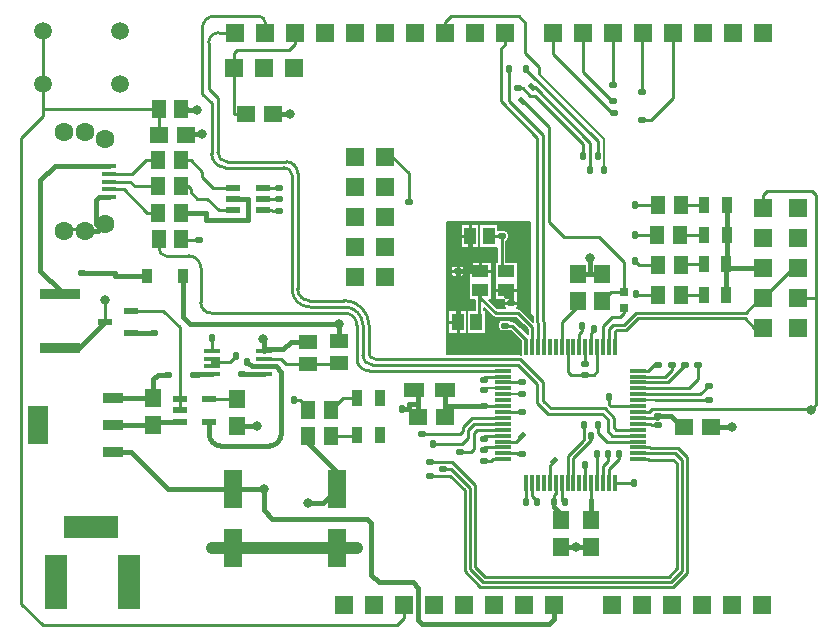
<source format=gtl>
G04 DesignSpark PCB Gerber Version 13.0 Build *
%FSLAX35Y35*%
%MOMM*%
%AMT26*0 Rounded Rectangle Pad at angle 0*4,1,32,-0.07500,-0.32500,0.07500,-0.32500,0.10830,-0.32120,0.13990,-0.31010,0.16830,-0.29220,0.19200,-0.26850,0.20980,-0.24010,0.22090,-0.20840,0.22500,-0.17500,0.22500,0.17500,0.22120,0.20830,0.21010,0.23990,0.19220,0.26830,0.16850,0.29200,0.14010,0.30980,0.10840,0.32090,0.07500,0.32500,-0.07500,0.32500,-0.10830,0.32120,-0.13990,0.31010,-0.16830,0.29220,-0.19200,0.26850,-0.20980,0.24010,-0.22090,0.20840,-0.22500,0.17500,-0.22500,-0.17500,-0.22120,-0.20830,-0.21010,-0.23990,-0.19220,-0.26830,-0.16850,-0.29200,-0.14010,-0.30980,-0.10840,-0.32090,-0.07500,-0.32500,0*%
%ADD26T26*%
%AMT29*0 Rounded Rectangle Pad at angle 0*4,1,20,-0.90000,-2.30000,0.90000,-2.30000,0.91910,-2.29610,0.93520,-2.28520,0.94590,-2.26900,0.95000,-2.25000,0.95000,2.25000,0.94610,2.26910,0.93520,2.28520,0.91900,2.29590,0.90000,2.30000,-0.90000,2.30000,-0.91910,2.29610,-0.93520,2.28520,-0.94590,2.26900,-0.95000,2.25000,-0.95000,-2.25000,-0.94610,-2.26910,-0.93520,-2.28520,-0.91900,-2.29590,-0.90000,-2.30000,0*%
%ADD29T29*%
%ADD88R,0.30000X1.47500*%
%ADD81R,0.85000X1.20000*%
%ADD79R,0.90000X1.40000*%
%ADD90R,1.02000X1.47000*%
%ADD78R,1.29540X1.52400*%
%ADD76R,1.39700X1.52400*%
%ADD73R,1.60000X3.20000*%
%ADD75R,1.75000X3.20000*%
%ADD77R,1.52400X1.52400*%
%ADD11C,0.12700*%
%ADD70C,0.20320*%
%ADD21C,0.24000*%
%ADD20C,0.25400*%
%ADD22C,0.38100*%
%ADD23C,0.81280*%
%ADD24C,1.00000*%
%AMT28*0 Rounded Rectangle Pad at angle 45*4,1,32,0.17670,-0.28280,0.28280,-0.17670,0.30370,-0.15040,0.31820,-0.12010,0.32560,-0.08730,0.32550,-0.05370,0.31790,-0.02100,0.30330,0.00910,0.28280,0.03530,0.03530,0.28280,0.00900,0.30370,-0.02120,0.31820,-0.05390,0.32560,-0.08740,0.32560,-0.12000,0.31810,-0.15020,0.30350,-0.17670,0.28280,-0.28280,0.17670,-0.30370,0.15040,-0.31820,0.12010,-0.32560,0.08730,-0.32550,0.05370,-0.31790,0.02100,-0.30330,-0.00910,-0.28280,-0.03530,-0.03530,-0.28280,-0.00900,-0.30370,0.02120,-0.31820,0.05390,-0.32560,0.08740,-0.32560,0.12000,-0.31810,0.15020,-0.30350,0.17670,-0.28280,0*%
%ADD28T28*%
%AMT25*0 Rounded Rectangle Pad at angle 90*4,1,32,0.32500,-0.07500,0.32500,0.07500,0.32120,0.10830,0.31010,0.13990,0.29220,0.16830,0.26850,0.19200,0.24010,0.20980,0.20840,0.22090,0.17500,0.22500,-0.17500,0.22500,-0.20830,0.22120,-0.23990,0.21010,-0.26830,0.19220,-0.29200,0.16850,-0.30980,0.14010,-0.32090,0.10840,-0.32500,0.07500,-0.32500,-0.07500,-0.32120,-0.10830,-0.31010,-0.13990,-0.29220,-0.16830,-0.26850,-0.19200,-0.24010,-0.20980,-0.20840,-0.22090,-0.17500,-0.22500,0.17500,-0.22500,0.20830,-0.22120,0.23990,-0.21010,0.26830,-0.19220,0.29200,-0.16850,0.30980,-0.14010,0.32090,-0.10840,0.32500,-0.07500,0*%
%ADD25T25*%
%AMT27*0 Rounded Rectangle Pad at angle 135*4,1,32,0.28280,0.17670,0.17670,0.28280,0.15040,0.30370,0.12010,0.31820,0.08730,0.32560,0.05370,0.32550,0.02100,0.31790,-0.00910,0.30330,-0.03530,0.28280,-0.28280,0.03530,-0.30370,0.00900,-0.31820,-0.02120,-0.32560,-0.05390,-0.32560,-0.08740,-0.31810,-0.12000,-0.30350,-0.15020,-0.28280,-0.17670,-0.17670,-0.28280,-0.15040,-0.30370,-0.12010,-0.31820,-0.08730,-0.32560,-0.05370,-0.32550,-0.02100,-0.31790,0.00910,-0.30330,0.03530,-0.28280,0.28280,-0.03530,0.30370,-0.00900,0.31820,0.02120,0.32560,0.05390,0.32560,0.08740,0.31810,0.12000,0.30350,0.15020,0.28280,0.17670,0*%
%ADD27T27*%
%AMT72*0 Rounded Rectangle Pad at angle 90*4,1,20,2.30000,-0.90000,2.30000,0.90000,2.29610,0.91910,2.28520,0.93520,2.26900,0.94590,2.25000,0.95000,-2.25000,0.95000,-2.26910,0.94610,-2.28520,0.93520,-2.29590,0.91900,-2.30000,0.90000,-2.30000,-0.90000,-2.29610,-0.91910,-2.28520,-0.93520,-2.26900,-0.94590,-2.25000,-0.95000,2.25000,-0.95000,2.26910,-0.94610,2.28520,-0.93520,2.29590,-0.91900,2.30000,-0.90000,0*%
%ADD72T72*%
%ADD87R,1.47500X0.30000*%
%ADD84R,1.20000X0.45000*%
%ADD82R,1.40000X0.45000*%
%ADD80R,1.20000X0.60000*%
%ADD93R,0.70000X0.65000*%
%ADD86R,3.43000X0.85000*%
%ADD74R,1.75000X0.95000*%
%ADD89R,1.40000X1.10000*%
%ADD83R,1.52400X1.29540*%
%ADD94C,1.50000*%
%ADD85C,1.60000*%
%ADD92R,1.80000X1.30000*%
%ADD91R,1.52400X1.39700*%
X0Y0D02*
D02*
D11*
X45963050Y46542770D02*
Y45419300D01*
X46581320D01*
G75*
G02*
X46595700Y45417000I1130J-39020D01*
G01*
Y45529900D01*
X46506270Y45619330D01*
G75*
G02*
X46488940Y45613920I-17330J25050D01*
G01*
X46432160D01*
G75*
G02*
X46401700Y45644380I0J30460D01*
G01*
Y45681160D01*
G75*
G02*
X46432160Y45711620I30460J0D01*
G01*
X46488940D01*
G75*
G02*
X46511340Y45701800I0J-30460D01*
G01*
X46516920D01*
G75*
G02*
X46545660Y45690380I1130J-39030D01*
G01*
X46648000Y45588040D01*
Y45631600D01*
X46548400Y45731200D01*
X46377050D01*
G75*
G02*
X46348620Y45743480I0J39050D01*
G01*
X46279600Y45812500D01*
Y45792600D01*
X46292900D01*
Y45592900D01*
X46138200D01*
Y45792600D01*
X46201500D01*
Y45881900D01*
X46151700D01*
Y46204600D01*
X46344400D01*
Y45881900D01*
X46320640D01*
X46393240Y45809300D01*
X46459220D01*
G75*
G02*
X46449200Y45831880I20440J22580D01*
G01*
Y45868660D01*
G75*
G02*
X46452230Y45881900I30460J0D01*
G01*
X46371700D01*
Y46204600D01*
X46389000D01*
Y46320400D01*
X46240700D01*
Y46520100D01*
X46395400D01*
Y46468820D01*
G75*
G02*
X46399660Y46469120I4260J-30160D01*
G01*
X46456440D01*
G75*
G02*
X46486900Y46438660I0J-30460D01*
G01*
Y46401880D01*
G75*
G02*
X46467100Y46373350I-30460J0D01*
G01*
Y46204600D01*
X46564400D01*
Y45881900D01*
X46563870D01*
G75*
G02*
X46566900Y45868660I-27430J-13240D01*
G01*
Y45831880D01*
G75*
G02*
X46556880Y45809300I-30460J0D01*
G01*
X46563420D01*
G75*
G02*
X46592160Y45797880I1130J-39030D01*
G01*
X46693000Y45697040D01*
Y45732820D01*
X46668050Y45757770D01*
Y46542770D01*
X45963050D01*
X45978200Y45792600D02*
X46132900D01*
Y45592900D01*
X45978200D01*
Y45792600D01*
X45996700Y46103880D02*
Y46140660D01*
G75*
G02*
X46027160Y46171120I30460J0D01*
G01*
X46083940D01*
G75*
G02*
X46114400Y46140660I0J-30460D01*
G01*
Y46103880D01*
G75*
G02*
X46083940Y46073420I-30460J0D01*
G01*
X46027160D01*
G75*
G02*
X45996700Y46103880I0J30460D01*
G01*
X46080700Y46520100D02*
X46235400D01*
Y46320400D01*
X46080700D01*
Y46520100D01*
X45969400Y45692750D02*
G36*
X45969400Y45692750D02*
Y45423350D01*
X46595700D01*
Y45529900D01*
X46506270Y45619330D01*
G75*
G02*
X46488940Y45613920I-17320J25020D01*
G01*
X46432160D01*
G75*
G02*
X46401700Y45644370I0J30450D01*
G01*
G75*
G02*
Y45644380I63660J10D01*
G01*
Y45681160D01*
G75*
G02*
X46404000Y45692750I30470J-20D01*
G01*
X46292900D01*
Y45592900D01*
X46138200D01*
Y45692750D01*
X46132900D01*
Y45592900D01*
X45978200D01*
Y45692750D01*
X45969400D01*
G37*
X46543060D02*
G36*
X46543060Y45692750D02*
G75*
G02*
X46545660Y45690380I-25050J-30100D01*
G01*
X46648000Y45588040D01*
Y45631600D01*
X46586850Y45692750D01*
X46543060D01*
G37*
X45969400Y46122270D02*
G36*
X45969400Y46122270D02*
Y45692750D01*
X45978200D01*
Y45792600D01*
X46132900D01*
Y45692750D01*
X46138200D01*
Y45792600D01*
X46201500D01*
Y45881900D01*
X46151700D01*
Y46122270D01*
X46114400D01*
Y46103880D01*
G75*
G02*
X46083940Y46073420I-30460J0D01*
G01*
X46027160D01*
G75*
G02*
X45996700Y46103870I0J30450D01*
G01*
G75*
G02*
Y46103880I63660J10D01*
G01*
Y46122270D01*
X45969400D01*
G37*
X46279600Y45812500D02*
G36*
X46279600Y45812500D02*
Y45792600D01*
X46292900D01*
Y45692750D01*
X46404000D01*
G75*
G02*
X46432160Y45711620I28170J-11600D01*
G01*
X46488940D01*
G75*
G02*
X46511340Y45701800I-50J-30570D01*
G01*
X46516920D01*
G75*
G02*
X46543060Y45692750I1090J-39140D01*
G01*
X46586850D01*
X46548400Y45731200D01*
X46377050D01*
G75*
G02*
X46348620Y45743480I-20J39010D01*
G01*
X46279600Y45812500D01*
G37*
X46344400Y45881900D02*
G36*
X46344400Y45881900D02*
X46320640D01*
X46393240Y45809300D01*
X46459220D01*
G75*
G02*
X46449200Y45831830I20320J22530D01*
G01*
G75*
G02*
Y45831880I31830J30D01*
G01*
Y45868660D01*
G75*
G02*
Y45868720I30690J30D01*
G01*
G75*
G02*
X46452230Y45881900I30180J0D01*
G01*
X46371700D01*
Y46122270D01*
X46344400D01*
Y45881900D01*
G37*
X46556880Y45809300D02*
G36*
X46556880Y45809300D02*
X46563420D01*
G75*
G02*
X46592160Y45797880I1090J-39140D01*
G01*
X46686650Y45703390D01*
Y45739170D01*
X46668050Y45757770D01*
Y46122270D01*
X46564400D01*
Y45881900D01*
X46563870D01*
G75*
G02*
X46566900Y45868660I-27530J-13270D01*
G01*
Y45831880D01*
G75*
G02*
Y45831870I-63660J0D01*
G01*
G75*
G02*
X46556880Y45809300I-30440J0D01*
G01*
G37*
X45969400Y46420250D02*
G36*
X45969400Y46420250D02*
Y46122270D01*
X45996700D01*
Y46140660D01*
G75*
G02*
X46027160Y46171120I30460J0D01*
G01*
X46083940D01*
G75*
G02*
X46114400Y46140660I-30J-30490D01*
G01*
Y46122270D01*
X46151700D01*
Y46204600D01*
X46344400D01*
Y46122270D01*
X46371700D01*
Y46204600D01*
X46389000D01*
Y46320400D01*
X46240700D01*
Y46420250D01*
X46235400D01*
Y46320400D01*
X46080700D01*
Y46420250D01*
X45969400D01*
G37*
X46467100Y46373350D02*
G36*
X46467100Y46373350D02*
Y46204600D01*
X46564400D01*
Y46122270D01*
X46668050D01*
Y46420250D01*
X46486900D01*
Y46401880D01*
G75*
G02*
X46467100Y46373350I-30460J0D01*
G01*
G37*
X45969400Y46536420D02*
G36*
X45969400Y46536420D02*
Y46420250D01*
X46080700D01*
Y46520100D01*
X46235400D01*
Y46420250D01*
X46240700D01*
Y46520100D01*
X46395400D01*
Y46468820D01*
G75*
G02*
X46399660Y46469120I4400J-32060D01*
G01*
X46456440D01*
G75*
G02*
X46486900Y46438660I-30J-30490D01*
G01*
Y46420250D01*
X46668050D01*
Y46536420D01*
X45969400D01*
G37*
D02*
D70*
X46283050Y45115270D02*
X46291050D01*
X46307050Y45131270D01*
X46438250D01*
Y45081270D02*
X46597850D01*
X46598050Y45081070D01*
X47298050Y46977770D02*
Y47240270D01*
X46746050Y47792270D01*
X47585850Y45031270D02*
X47728050D01*
X47729050Y45030270D01*
D02*
D20*
X42546050Y47495270D02*
Y47435270D01*
X42363050Y47252270D01*
Y43308270D01*
X42545050Y43126270D01*
X45541000D01*
X45598000Y43183270D01*
Y43301000D01*
X42546050Y47710270D02*
Y47495270D01*
X42547050Y47493270D01*
X42546050Y47710270D02*
Y47495270D01*
Y48160270D02*
Y47710270D01*
X42662050Y46484270D02*
X42876550D01*
X42900550Y46460270D01*
X43070050Y45692270D02*
Y45882270D01*
X43100550Y46817770D02*
X43229550D01*
X43427050Y46620270D01*
X43520800D01*
X43100550Y46882770D02*
X43282550D01*
X43323050Y46842270D01*
X43520800D01*
X43290050Y45787270D02*
X43562050D01*
X43702050Y45647270D01*
Y45039270D01*
X43520550Y46394270D02*
X43523800D01*
X43520800Y47064270D02*
X43415550D01*
X43300550Y46949270D01*
Y46947770D01*
X43100550D01*
X43523800Y46394270D02*
X43520550D01*
Y46367770D01*
X43555550D01*
Y46395270D01*
X43528050D01*
Y46310270D01*
G75*
G03*
X43583050Y46255270I55000J0D01*
G01*
X43778050D01*
G75*
G02*
X43880550Y46152770I0J-102500D01*
G01*
Y45860270D01*
G75*
G03*
X43973050Y45767770I92500J0D01*
G01*
X45103050D01*
G75*
G02*
X45203050Y45667770I0J-100000D01*
G01*
Y45381270D01*
G75*
G03*
X45303050Y45281270I100000J0D01*
G01*
X46438250D01*
X43523800Y47495270D02*
X42546050D01*
X43523800D02*
Y47283220D01*
X43527750Y47279270D01*
X43702050Y44944270D02*
Y45039270D01*
X43863050Y46390270D02*
X43714300D01*
Y46394270D01*
X43975050Y45381770D02*
Y45316770D01*
Y45446770D02*
Y45560270D01*
X44158050Y46637770D02*
X44033050D01*
X43935550Y46735270D01*
X43853050D01*
X43797550Y46790770D01*
Y46820270D01*
X43775550Y46842270D01*
X43711300D01*
X44158050Y46827770D02*
X43985550D01*
X43895550Y46917770D01*
Y46966770D01*
X43798050Y47064270D01*
X43711300D01*
X44170600Y48144000D02*
X44170550Y48142770D01*
X44033050D01*
G75*
G03*
X43948050Y48057770I0J-85000D01*
G01*
Y47665270D01*
X44025550Y47587770D01*
Y47127770D01*
G75*
G03*
X44103050Y47050270I77500J0D01*
G01*
X44605550D01*
G75*
G02*
X44700550Y46955270I0J-95000D01*
G01*
Y45975270D01*
G75*
G03*
X44800550Y45875270I100000J0D01*
G01*
X45095550D01*
G75*
G02*
X45305550Y45665270I0J-210000D01*
G01*
Y45430270D01*
G75*
G03*
X45355550Y45380270I50000J0D01*
G01*
X46582450D01*
X46776750Y45185970D01*
Y45027670D01*
X46843450Y44960970D01*
X47301350D01*
X47379050Y44883270D01*
Y44802970D01*
X47399750Y44782270D01*
X47589050D01*
X44177050Y45402270D02*
X44126050Y45351270D01*
X43975050D01*
Y45381770D01*
X44185550Y45039570D02*
X43952350D01*
X43952050Y45039270D01*
X44261250Y47455270D02*
X44165550D01*
Y47847770D01*
X44408050Y46637770D02*
X44483050D01*
Y46635270D01*
X44545550D01*
X44408050Y46732770D02*
X44545550D01*
Y46827770D02*
X44408050D01*
X44678600Y48144000D02*
Y48043320D01*
X44630550Y47995270D01*
X44188050D01*
X44165550Y47972770D01*
Y47847770D01*
X44790300Y44950270D02*
Y44965520D01*
X44720550Y45035270D01*
X44670550D01*
X44792050Y45336020D02*
X45043050D01*
X45051050Y45344020D01*
X44792050Y45336020D02*
X44602800D01*
X44557050Y45381770D01*
X44415050D01*
X44980800Y44950270D02*
X44983050D01*
X45083050Y45050270D01*
X45208050D01*
Y44740270D02*
Y44727770D01*
X44980800D01*
X45640550Y46705270D02*
Y46957770D01*
X45504550Y47093770D01*
X45440600D01*
X45755550Y44745670D02*
X46076750D01*
X46102650Y44771570D01*
Y44806170D01*
X46179250Y44882770D01*
X46308050D01*
X46309550Y44881270D01*
X46438250D01*
X45848050Y44660270D02*
X46095550D01*
X46148050Y44712770D01*
Y44780270D01*
X46198050Y44830270D01*
X46295550D01*
X46296550Y44831270D01*
X46438250D01*
X46073050Y44590270D02*
X46165550D01*
X46193450Y44618170D01*
Y44756870D01*
X46216850Y44780270D01*
X46300550D01*
X46301550Y44781270D01*
X46438250D01*
X46248050Y45963270D02*
X46240550D01*
Y45692770D01*
X46215550D01*
X46248050Y45963270D02*
Y45899270D01*
X46377050Y45770270D01*
X46564550D01*
X46687050Y45647770D01*
Y45480070D01*
X46283050Y45200270D02*
Y45231270D01*
X46438250D01*
X46318050Y46420270D02*
X46428050D01*
Y46123270D01*
X46468050D01*
X46438250Y44531270D02*
X46348050D01*
Y44512770D01*
X46278050D01*
X46438250Y44581270D02*
X46558050D01*
X46566550Y44572770D01*
X46603050D01*
X46438250Y44631270D02*
X46283050D01*
X46280550Y44628770D01*
Y44607770D01*
X46438250Y44681270D02*
X46554050D01*
X46603050Y44730270D01*
X46438250Y44731270D02*
X46280550D01*
Y44702770D01*
X46438250Y44931270D02*
X46598050D01*
X46438250Y44981270D02*
X46278050Y44980270D01*
X46438250Y45181270D02*
X46598050D01*
X46633050Y47833270D02*
Y47830670D01*
X47240550Y47223170D01*
Y47095270D01*
X46637050Y44332470D02*
Y44170270D01*
Y45480070D02*
X46638050D01*
Y45542770D01*
X46518050Y45662770D01*
X46460550D01*
X46687050Y44332470D02*
Y44221270D01*
X46728050Y44180270D01*
Y44170270D01*
X46688050Y47680270D02*
X46708050D01*
X47178050Y47210270D01*
Y46977770D01*
X46737050Y45480070D02*
Y45684320D01*
X46732050Y45689320D01*
Y47255270D01*
X46423750Y47563570D01*
Y48009450D01*
X46456600Y48042300D01*
Y48144000D01*
X46746050Y47792270D02*
Y47855270D01*
X46629050Y47972270D01*
Y48227270D01*
X46576050Y48280270D01*
X45997600D01*
X45948600Y48231270D01*
Y48144000D01*
X46787050Y45480070D02*
Y45691500D01*
X46780750Y45697800D01*
Y47277570D01*
X46491050Y47567270D01*
Y47833270D01*
X46837050Y44332470D02*
Y44476770D01*
X46875550Y44515270D01*
X46871050Y44126270D02*
Y44226270D01*
X46887050Y44242270D01*
Y44332470D01*
X46889050Y44336270D02*
Y44240270D01*
X46888050D01*
X46872480Y44224700D01*
Y44170270D01*
X46937050Y44332470D02*
Y44177270D01*
X46965050Y44170270D01*
X46937050Y45480070D02*
Y45691270D01*
X47111050Y45865270D01*
X46987050Y44332470D02*
Y44560270D01*
X47106050Y44679270D01*
X47107050D01*
X47128050Y44700270D01*
X47037050Y44332470D02*
Y44539270D01*
X47188050Y44690270D01*
Y44730270D01*
X47087050Y45480070D02*
Y45591770D01*
X47113050Y45617770D01*
Y45662770D01*
X47115550Y47097770D02*
Y47202770D01*
X46708050Y47610270D01*
X46668050D01*
X46608050Y47670270D01*
X46568050D01*
X47128050Y44820270D02*
Y44700270D01*
X47134050Y45245270D02*
X47013050D01*
X46987050Y45271270D01*
Y45480070D01*
X47137050Y44332470D02*
Y44486270D01*
Y45480070D02*
Y45337770D01*
X47187050Y44332470D02*
Y44188270D01*
Y45480070D02*
Y45599270D01*
X47208050Y45620270D01*
Y45630270D01*
X47237050Y44332470D02*
Y44571270D01*
X47233050Y44575270D01*
X47237050Y45480070D02*
Y45274270D01*
X47208050Y45245270D01*
X47134050D01*
X47237050Y45480070D02*
X47238050D01*
X47287050Y44332470D02*
X47288050D01*
Y44472770D01*
X47328050Y44512770D01*
Y44575270D01*
X47287050Y45480070D02*
Y45656770D01*
X47363050Y45732770D01*
X47427050D01*
X47464550Y45770270D01*
Y45810270D01*
X47337050Y44332470D02*
Y44450270D01*
X47420550Y44533770D01*
Y44572770D01*
X47337050Y45480070D02*
Y45536520D01*
X47338350Y45537820D01*
Y45632670D01*
X47373650Y45667970D01*
X47463650D01*
X47568650Y45772970D01*
X48495050D01*
X48615350Y45893270D01*
X48641050D01*
X47373050Y47567770D02*
X47364550D01*
X47119050Y47813270D01*
Y48140270D01*
X47373050D02*
Y47700270D01*
X47378050Y47465270D02*
X47363050D01*
X46865050Y47963270D01*
Y48140270D01*
X47387050Y44332470D02*
X47420250D01*
X47422450Y44330270D01*
X47553050D01*
X47464550Y45945270D02*
Y46201270D01*
X47250550Y46415270D01*
X46960550D01*
X46833050Y46542770D01*
Y47340270D01*
X46610550Y47562770D01*
X46598050D01*
X47464550Y45945270D02*
X47354350D01*
X47282050Y45872970D01*
X47579050Y44729570D02*
X47362350D01*
X47325050Y44766870D01*
Y44868270D01*
X47277750Y44915570D01*
X46824650D01*
X46731350Y45008870D01*
Y45164570D01*
X46563150Y45332770D01*
X45328050D01*
G75*
G02*
X45253050Y45407770I0J75000D01*
G01*
Y45667770D01*
G75*
G03*
X45100550Y45820270I-152500J0D01*
G01*
X44805550D01*
G75*
G02*
X44653050Y45972770I0J152500D01*
G01*
Y46936270D01*
G75*
G03*
X44588050Y47001270I-65000J0D01*
G01*
X44089550D01*
G75*
G02*
X43973050Y47117770I0J116500D01*
G01*
Y47549470D01*
X43895550Y47626970D01*
Y48182770D01*
G75*
G02*
X43995550Y48282770I100000J0D01*
G01*
X44374600D01*
G75*
G02*
X44424600Y48232770I0J-50000D01*
G01*
Y48144000D01*
X47585850Y44531270D02*
X47668750D01*
X47672650Y44527370D01*
X47881750D01*
X47910150Y44498970D01*
Y43606570D01*
X47841750Y43538170D01*
X46286850D01*
X46205950Y43619070D01*
Y44309070D01*
X46004750Y44510270D01*
X45825550D01*
X47585850Y44581270D02*
X47772050D01*
X47773050Y44580270D01*
X47900550D01*
X47955550Y44525270D01*
Y43587770D01*
X47860550Y43492770D01*
X46268050D01*
X46160550Y43600270D01*
Y44290270D01*
X46000550Y44450270D01*
X45930550D01*
X47585850Y44631270D02*
X47686040D01*
X47687040Y44630270D01*
X47919350D01*
X48000950Y44548670D01*
Y43568970D01*
X47879350Y43447370D01*
X46249250D01*
X46115150Y43581470D01*
Y44271470D01*
X45993850Y44392770D01*
X45823050D01*
X47585850Y44681270D02*
X47378050Y44680270D01*
X47318050D01*
X47248050Y44750270D01*
Y44820270D01*
X47585850Y44831270D02*
X47686050D01*
X47699050Y44818270D01*
X47754820D01*
X47585850Y44981270D02*
X47351050D01*
X47338050Y44994270D01*
Y45056270D01*
X47585850Y45131270D02*
X48014050D01*
X48092050Y45209270D01*
Y45329270D01*
X47585850Y45181270D02*
X47837010D01*
X47985010Y45329270D01*
X47585850Y45231270D02*
X47810550D01*
X47869920Y45290640D01*
Y45329270D01*
X47585850Y45281270D02*
X47670050D01*
Y45282270D01*
X47717050Y45329270D01*
X47754820D01*
X47621050Y47402770D02*
X47691050D01*
X47881050Y47592770D01*
Y48140270D01*
X47621050Y47642270D02*
Y48134270D01*
X47627050Y48140270D01*
X47729050Y45030270D02*
X48184050D01*
X47743050Y44881270D02*
X47574050D01*
X47747800Y46432770D02*
X47555550D01*
X47752800Y46177770D02*
X47590550D01*
X47555550Y46212770D01*
X47752800Y46682770D02*
X47555550D01*
X47755300Y45920270D02*
X47580550D01*
X47568050Y45932770D01*
X47938300Y46432770D02*
X48143050D01*
X47943300Y46682770D02*
X48143050D01*
X48140550Y45920270D02*
X47945800D01*
X48140560Y46180270D02*
X47983290D01*
X47943300Y46177770D01*
X48184050Y45155270D02*
Y45154270D01*
X48111050Y45081270D01*
X47585850D01*
X48641050Y45639270D02*
Y45640270D01*
X48568350D01*
X48485350Y45723270D01*
X47583150D01*
X47482450Y45622570D01*
X47400350D01*
X47387050Y45609270D01*
Y45480070D01*
X48641050Y46655270D02*
Y46771270D01*
X48676050Y46806270D01*
X49056550D01*
X49090550Y46772270D01*
Y45893270D01*
X48942050D01*
X49088050D01*
Y44987770D01*
G75*
G02*
X49050550Y44950270I-37500J0D01*
G01*
X49048050D01*
X48942050Y46147270D02*
X48895050D01*
X48641050Y45893270D01*
X49048050Y44950270D02*
Y44960270D01*
X47702050D01*
X47673050Y44931270D01*
X47585850D01*
D02*
D21*
X46016550Y45692770D02*
X45972550D01*
X46035050Y46122270D02*
X45991050D01*
X46055550Y45631270D02*
Y45587300D01*
Y45754270D02*
Y45798300D01*
Y46111770D02*
Y46067770D01*
Y46132770D02*
Y46176770D01*
X46076050Y46122270D02*
X46120050D01*
X46119050Y46420270D02*
X46075050D01*
X46158050Y46358770D02*
Y46314800D01*
Y46481770D02*
Y46525800D01*
X46190050Y46123270D02*
X46146050D01*
X46248050Y46166270D02*
Y46210300D01*
X46306050Y46123270D02*
X46350050D01*
X46410050Y45963270D02*
X46366050D01*
X46487550Y45850270D02*
X46443550D01*
X46526050Y45963270D02*
X46570050D01*
X46528550Y45850270D02*
X46572550D01*
D02*
D22*
X42689050Y45469270D02*
X42847050D01*
X43070050Y45692270D01*
X42878050Y46106270D02*
X43153050D01*
Y46080270D01*
X43425550D01*
X42900550Y46460270D02*
X43008050D01*
X43070550Y46522770D01*
X42995050D01*
Y46728270D01*
X43019550Y46752770D01*
X43100550D01*
Y47012770D02*
X42643550D01*
X42523050Y46892270D01*
Y46126270D01*
X42689050Y45960270D01*
Y45929270D01*
X43137050Y44822270D02*
X43473350D01*
X43476050Y44824970D01*
X43290050Y45597270D02*
X43482050D01*
X43476050Y45053570D02*
X43475050D01*
Y45207270D01*
X43515550Y45247770D01*
X43600550D01*
X43476050Y45053570D02*
Y45052270D01*
X43137050D01*
X43702050Y44849270D02*
X43500350D01*
X43476050Y44824970D01*
X43711300Y46620270D02*
X43801050D01*
Y46619270D01*
X43927050D01*
Y46552770D01*
X44278050D01*
Y46732770D01*
X44158050D01*
X43714300Y47495270D02*
X43762050D01*
Y47492270D01*
X43853050D01*
X43730550Y46080270D02*
Y45735270D01*
X43788050Y45677770D01*
X45051050D01*
Y45534520D01*
X43756350Y47279270D02*
X43757050D01*
Y47281270D01*
X43893050D01*
X43975050Y45251770D02*
X43855550D01*
Y45247770D01*
X43820550D01*
X44152050Y43779270D02*
X43979050Y43778270D01*
X44152050Y44279270D02*
X43605050D01*
X43292050Y44592270D01*
X43137050D01*
X44185550Y44810970D02*
X44355550D01*
X44232050Y45251770D02*
X44415050D01*
Y44279270D02*
X44152050D01*
X44415050Y45316770D02*
X44518050D01*
X44562050Y45272770D01*
Y44744270D01*
G75*
G02*
X44462050Y44644270I-100000J0D01*
G01*
X44052050D01*
G75*
G02*
X43952050Y44744270I0J100000D01*
G01*
Y44849270D01*
X44415050Y45316770D02*
X44311550D01*
X44275050Y45353270D01*
X44415050Y45446770D02*
Y45545270D01*
X44411050Y45549270D01*
X44489850Y47455270D02*
X44635550D01*
X44638050Y47457770D01*
X44785050Y44159270D02*
X44915050D01*
X45038050Y44282270D01*
X44792050Y45526520D02*
X44790300Y45528270D01*
X44792050Y45526520D02*
X44642300D01*
X44581050Y45465270D01*
X44433550D01*
X44415050Y45446770D01*
X45038050Y44282270D02*
Y44425270D01*
X44790300Y44673020D01*
Y44727770D01*
X45051050Y45534520D02*
Y45675270D01*
X45206050Y43778270D02*
X45035050Y43779270D01*
X45038050Y43782270D01*
X45583050Y44960270D02*
X45648050D01*
Y45000270D01*
X45717750D01*
Y44890270D02*
Y45000270D01*
Y45087570D01*
X45689050Y45116270D01*
X45946050Y44982570D02*
Y44890570D01*
X45946350Y44890270D01*
Y44980270D01*
X46278050D01*
X45946350Y44890270D02*
Y45113570D01*
X45949050Y45116270D01*
X46055550Y46122270D02*
X46162980D01*
X46163550Y46122840D01*
X46055550Y46122270D02*
Y45692770D01*
X46158050Y46420270D02*
Y46385770D01*
X46163550Y46380270D01*
Y46122840D01*
X46248050Y46123270D02*
X46163550Y46122840D01*
X46508050Y45850270D02*
Y45910270D01*
X46468050D01*
Y45963270D01*
X46868000Y43301000D02*
Y43176220D01*
X46826050Y43134270D01*
X45756050D01*
X45724050Y43166270D01*
Y43439270D01*
X45675050Y43488270D01*
X45387050D01*
X45324050Y43551270D01*
Y43992270D01*
X45288050Y44028270D01*
X44486050D01*
X44415050Y44099270D01*
Y44279270D01*
X46928050Y44020570D02*
Y44069270D01*
X46871050Y44126270D01*
X47057050Y43791270D02*
X46929050Y43790970D01*
X46928050Y43791970D01*
X47071050Y46099570D02*
Y46100270D01*
X47175550D01*
Y46235270D01*
X47111050Y45865270D02*
X47118050D01*
X47070550D01*
Y45847770D01*
X47071050D01*
Y45870970D01*
X47187050Y44188270D02*
X47188050Y44187270D01*
Y44019570D01*
Y43790970D02*
X47057050Y43791270D01*
X47282050Y46101570D02*
X47073050D01*
X47071050Y46099570D01*
X47754820Y44895270D02*
X47757050D01*
X47743050Y44881270D01*
X47976750Y44806270D02*
X47953050D01*
X47865050Y44894270D01*
Y44895270D01*
X47754820D01*
X48205350Y44806270D02*
X48377050D01*
X48330550Y45920270D02*
Y46180260D01*
X48330560Y46180270D01*
X48333050Y46682770D02*
Y46182760D01*
X48330560Y46180270D01*
X48641050Y46147270D02*
X48363560D01*
X48330560Y46180270D01*
D02*
D23*
X43070050Y45882270D03*
X43853050Y47492270D03*
X43893050Y47281270D03*
X43979050Y43778270D03*
X44355550Y44810970D03*
X44411050Y45549270D03*
X44415050Y44279270D03*
X44596050Y43778270D03*
X44638050Y47457770D03*
X44785050Y44159270D03*
X45051050Y45675270D03*
X45206050Y43778270D03*
X47057050Y43791270D03*
X47175550Y46235270D03*
X48377050Y44806270D03*
X49048050Y44950270D03*
D02*
D24*
X43979050Y43778270D02*
X44596050D01*
X45206050D01*
D02*
D25*
X42878050Y46106270D03*
X43482050Y45597270D03*
X43600550Y45247770D03*
X43820550D03*
X43863050Y46390270D03*
X44232050Y45251770D03*
X44545550Y46635270D03*
Y46732770D03*
Y46827770D03*
X45640550Y46705270D03*
X45755550Y44745670D03*
X45823050Y44392770D03*
X45825550Y44510270D03*
X45930550Y44450270D03*
X46055550Y46122270D03*
X46073050Y44590270D03*
X46278050Y44512770D03*
Y44980270D03*
X46280550Y44607770D03*
Y44702770D03*
X46283050Y45115270D03*
Y45200270D03*
X46428050Y46420270D03*
X46460550Y45662770D03*
X46508050Y45850270D03*
X46568050Y47670270D03*
X46598050Y44931270D03*
Y45081070D03*
Y45181270D03*
X46603050Y44572770D03*
X47134050Y45245270D03*
X47137050Y45337770D03*
X47373050Y47567770D03*
Y47700270D03*
X47378050Y47465270D03*
X47621050Y47402770D03*
Y47642270D03*
X47754820Y44818270D03*
Y44895270D03*
Y45329270D03*
X47869920D03*
X47985010D03*
X48092050D03*
X48184050Y45030270D03*
Y45155270D03*
D02*
D26*
X43975050Y45560270D03*
X44177050Y45402270D03*
X44275050Y45353270D03*
X44670550Y45035270D03*
X45583050Y44960270D03*
X45848050Y44660270D03*
X46491050Y47833270D03*
X46633050D03*
X46637050Y44170270D03*
X46728050D03*
X46872480D03*
X46965050D03*
X47113050Y45662770D03*
X47115550Y47097770D03*
X47118050Y45865270D03*
X47128050Y44820270D03*
X47137050Y44486270D03*
X47178050Y46977770D03*
X47188050Y44730270D03*
X47208050Y45630270D03*
X47233050Y44575270D03*
X47240550Y47095270D03*
X47248050Y44820270D03*
X47298050Y46977770D03*
X47328050Y44575270D03*
X47338050Y45056270D03*
X47420550Y44572770D03*
X47553050Y44330270D03*
X47555550Y46212770D03*
Y46432770D03*
Y46682770D03*
X47568050Y45932770D03*
D02*
D27*
X46603050Y44730270D03*
X46875550Y44515270D03*
D02*
D28*
X46598050Y47562770D03*
X46688050Y47680270D03*
D02*
D29*
X42655050Y43488270D03*
X43275050D03*
D02*
D72*
X42955050Y43958270D03*
D02*
D73*
X44152050Y43779270D03*
Y44279270D03*
X45038050Y43782270D03*
Y44282270D03*
D02*
D74*
X43137050Y44592270D03*
Y44822270D03*
Y45052270D03*
D02*
D75*
X42507050Y44822270D03*
D02*
D76*
X43476050Y44824970D03*
Y45053570D03*
X44185550Y44810970D03*
Y45039570D03*
X46928050Y43791970D03*
Y44020570D03*
X47071050Y45870970D03*
Y46099570D03*
X47188050Y43790970D03*
Y44019570D03*
X47282050Y45872970D03*
Y46101570D03*
D02*
D77*
X44165550Y47847770D03*
X44170600Y48144000D03*
X44419550Y47847770D03*
X44424600Y48144000D03*
X44673550Y47847770D03*
X44678600Y48144000D03*
X44932600D03*
X45090000Y43301000D03*
X45186600Y46077770D03*
Y46331770D03*
Y46585770D03*
Y46839770D03*
Y47093770D03*
Y48144000D03*
X45344000Y43301000D03*
X45440600Y46077770D03*
Y46331770D03*
Y46585770D03*
Y46839770D03*
Y47093770D03*
Y48144000D03*
X45598000Y43301000D03*
X45694600Y48144000D03*
X45852000Y43301000D03*
X45948600Y48144000D03*
X46106000Y43301000D03*
X46202600Y48144000D03*
X46360000Y43301000D03*
X46456600Y48144000D03*
X46614000Y43301000D03*
X46865050Y48140270D03*
X46868000Y43301000D03*
X47119050Y48140270D03*
X47361000Y43301000D03*
X47373050Y48140270D03*
X47615000Y43301000D03*
X47627050Y48140270D03*
X47869000Y43301000D03*
X47881050Y48140270D03*
X48123000Y43301000D03*
X48135050Y48140270D03*
X48377000Y43301000D03*
X48389050Y48140270D03*
X48631000Y43301000D03*
X48641050Y45639270D03*
Y45893270D03*
Y46147270D03*
Y46401270D03*
Y46655270D03*
X48643050Y48140270D03*
X48942050Y45639270D03*
Y45893270D03*
Y46147270D03*
Y46401270D03*
Y46655270D03*
D02*
D78*
X43520800Y46620270D03*
Y46842270D03*
Y47064270D03*
X43523800Y46394270D03*
Y47495270D03*
X43711300Y46620270D03*
Y46842270D03*
Y47064270D03*
X43714300Y46394270D03*
Y47495270D03*
X44790300Y44727770D03*
Y44950270D03*
X44980800Y44727770D03*
Y44950270D03*
X47747800Y46432770D03*
X47752800Y46177770D03*
Y46682770D03*
X47755300Y45920270D03*
X47938300Y46432770D03*
X47943300Y46177770D03*
Y46682770D03*
X47945800Y45920270D03*
D02*
D79*
X45208050Y44740270D03*
Y45050270D03*
X45398050Y44740270D03*
Y45050270D03*
X48140550Y45920270D03*
X48140560Y46180270D03*
X48143050Y46432770D03*
Y46682770D03*
X48330550Y45920270D03*
X48330560Y46180270D03*
X48333050Y46432770D03*
Y46682770D03*
D02*
D80*
X43070050Y45692270D03*
X43290050Y45597270D03*
Y45787270D03*
X43702050Y44849270D03*
Y44944270D03*
Y45039270D03*
X43952050Y44849270D03*
Y45039270D03*
X44158050Y46637770D03*
Y46732770D03*
Y46827770D03*
X44408050Y46637770D03*
Y46732770D03*
Y46827770D03*
D02*
D81*
X43425550Y46080270D03*
X43730550D03*
D02*
D82*
X43975050Y45251770D03*
Y45316770D03*
Y45381770D03*
Y45446770D03*
X44415050Y45251770D03*
Y45316770D03*
Y45381770D03*
Y45446770D03*
D02*
D83*
X44792050Y45336020D03*
Y45526520D03*
X45051050Y45344020D03*
Y45534520D03*
D02*
D84*
X43100550Y46752770D03*
Y46817770D03*
Y46882770D03*
Y46947770D03*
Y47012770D03*
D02*
D85*
X42725550Y46460270D03*
Y47305270D03*
X42900550Y46460270D03*
Y47305270D03*
X43070550Y46522770D03*
Y47242770D03*
D02*
D86*
X42689050Y45469270D03*
Y45929270D03*
D02*
D87*
X46438250Y44531270D03*
Y44581270D03*
Y44631270D03*
Y44681270D03*
Y44731270D03*
Y44781270D03*
Y44831270D03*
Y44881270D03*
Y44931270D03*
Y44981270D03*
Y45031270D03*
Y45081270D03*
Y45131270D03*
Y45181270D03*
Y45231270D03*
Y45281270D03*
X47585850Y44531270D03*
Y44581270D03*
Y44631270D03*
Y44681270D03*
Y44731270D03*
Y44781270D03*
Y44831270D03*
Y44881270D03*
Y44931270D03*
Y44981270D03*
Y45031270D03*
Y45081270D03*
Y45131270D03*
Y45181270D03*
Y45231270D03*
Y45281270D03*
D02*
D88*
X46637050Y44332470D03*
Y45480070D03*
X46687050Y44332470D03*
Y45480070D03*
X46737050Y44332470D03*
Y45480070D03*
X46787050Y44332470D03*
Y45480070D03*
X46837050Y44332470D03*
Y45480070D03*
X46887050Y44332470D03*
Y45480070D03*
X46937050Y44332470D03*
Y45480070D03*
X46987050Y44332470D03*
Y45480070D03*
X47037050Y44332470D03*
Y45480070D03*
X47087050Y44332470D03*
Y45480070D03*
X47137050Y44332470D03*
Y45480070D03*
X47187050Y44332470D03*
Y45480070D03*
X47237050Y44332470D03*
Y45480070D03*
X47287050Y44332470D03*
Y45480070D03*
X47337050Y44332470D03*
Y45480070D03*
X47387050Y44332470D03*
Y45480070D03*
D02*
D89*
X46248050Y45963270D03*
Y46123270D03*
X46468050Y45963270D03*
Y46123270D03*
D02*
D90*
X46055550Y45692770D03*
X46158050Y46420270D03*
X46215550Y45692770D03*
X46318050Y46420270D03*
D02*
D91*
X43527750Y47279270D03*
X43756350D03*
X44261250Y47455270D03*
X44489850D03*
X45717750Y44890270D03*
X45946350D03*
X47976750Y44806270D03*
X48205350D03*
D02*
D92*
X45689050Y45116270D03*
X45949050D03*
D02*
D93*
X47464550Y45810270D03*
Y45945270D03*
D02*
D94*
X42546050Y47710270D03*
Y48160270D03*
X43196050Y47710270D03*
Y48160270D03*
X0Y0D02*
M02*

</source>
